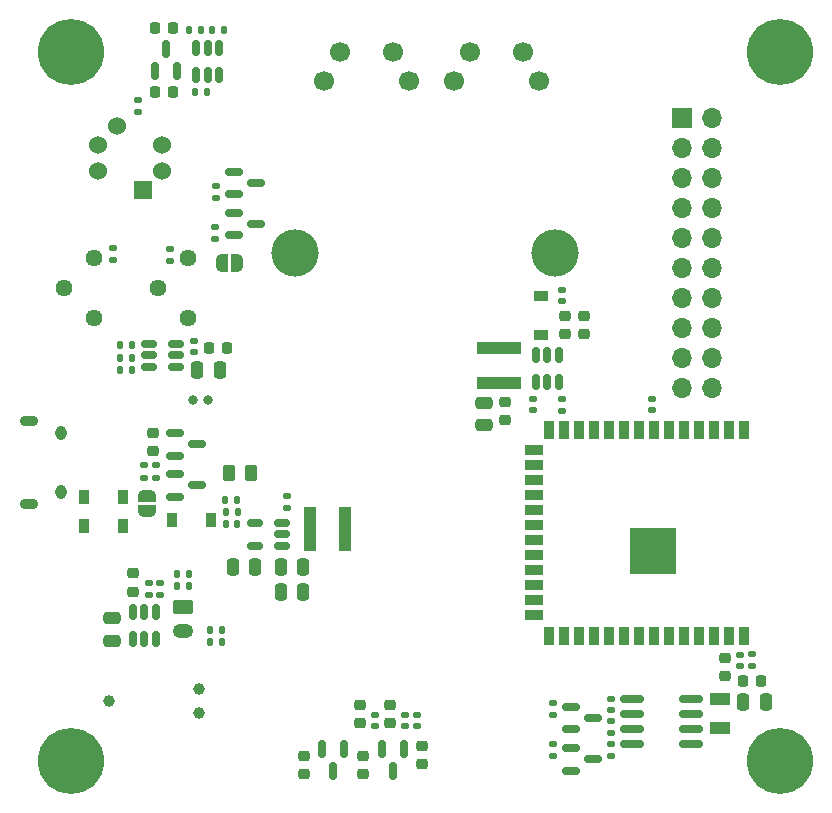
<source format=gbs>
%TF.GenerationSoftware,KiCad,Pcbnew,(6.0.10)*%
%TF.CreationDate,2023-01-06T19:14:31-08:00*%
%TF.ProjectId,ai-camera,61692d63-616d-4657-9261-2e6b69636164,rev?*%
%TF.SameCoordinates,PX5f5e100PY2faf080*%
%TF.FileFunction,Soldermask,Bot*%
%TF.FilePolarity,Negative*%
%FSLAX46Y46*%
G04 Gerber Fmt 4.6, Leading zero omitted, Abs format (unit mm)*
G04 Created by KiCad (PCBNEW (6.0.10)) date 2023-01-06 19:14:31*
%MOMM*%
%LPD*%
G01*
G04 APERTURE LIST*
G04 Aperture macros list*
%AMRoundRect*
0 Rectangle with rounded corners*
0 $1 Rounding radius*
0 $2 $3 $4 $5 $6 $7 $8 $9 X,Y pos of 4 corners*
0 Add a 4 corners polygon primitive as box body*
4,1,4,$2,$3,$4,$5,$6,$7,$8,$9,$2,$3,0*
0 Add four circle primitives for the rounded corners*
1,1,$1+$1,$2,$3*
1,1,$1+$1,$4,$5*
1,1,$1+$1,$6,$7*
1,1,$1+$1,$8,$9*
0 Add four rect primitives between the rounded corners*
20,1,$1+$1,$2,$3,$4,$5,0*
20,1,$1+$1,$4,$5,$6,$7,0*
20,1,$1+$1,$6,$7,$8,$9,0*
20,1,$1+$1,$8,$9,$2,$3,0*%
%AMFreePoly0*
4,1,22,0.500000,-0.750000,0.000000,-0.750000,0.000000,-0.745033,-0.079941,-0.743568,-0.215256,-0.701293,-0.333266,-0.622738,-0.424486,-0.514219,-0.481581,-0.384460,-0.499164,-0.250000,-0.500000,-0.250000,-0.500000,0.250000,-0.499164,0.250000,-0.499963,0.256109,-0.478152,0.396186,-0.417904,0.524511,-0.324060,0.630769,-0.204165,0.706417,-0.067858,0.745374,0.000000,0.744959,0.000000,0.750000,
0.500000,0.750000,0.500000,-0.750000,0.500000,-0.750000,$1*%
%AMFreePoly1*
4,1,20,0.000000,0.744959,0.073905,0.744508,0.209726,0.703889,0.328688,0.626782,0.421226,0.519385,0.479903,0.390333,0.500000,0.250000,0.500000,-0.250000,0.499851,-0.262216,0.476331,-0.402017,0.414519,-0.529596,0.319384,-0.634700,0.198574,-0.708877,0.061801,-0.746166,0.000000,-0.745033,0.000000,-0.750000,-0.500000,-0.750000,-0.500000,0.750000,0.000000,0.750000,0.000000,0.744959,
0.000000,0.744959,$1*%
G04 Aperture macros list end*
%ADD10C,5.600000*%
%ADD11C,3.600000*%
%ADD12C,4.000000*%
%ADD13C,1.700000*%
%ADD14RoundRect,0.250000X-0.625000X0.350000X-0.625000X-0.350000X0.625000X-0.350000X0.625000X0.350000X0*%
%ADD15O,1.750000X1.200000*%
%ADD16C,1.440000*%
%ADD17C,0.800000*%
%ADD18O,1.550000X0.890000*%
%ADD19O,0.950000X1.250000*%
%ADD20R,1.700000X1.700000*%
%ADD21O,1.700000X1.700000*%
%ADD22R,1.524000X1.524000*%
%ADD23C,1.524000*%
%ADD24C,0.990600*%
%ADD25RoundRect,0.150000X-0.587500X-0.150000X0.587500X-0.150000X0.587500X0.150000X-0.587500X0.150000X0*%
%ADD26RoundRect,0.250000X0.475000X-0.250000X0.475000X0.250000X-0.475000X0.250000X-0.475000X-0.250000X0*%
%ADD27R,1.100000X3.700000*%
%ADD28RoundRect,0.225000X0.250000X-0.225000X0.250000X0.225000X-0.250000X0.225000X-0.250000X-0.225000X0*%
%ADD29RoundRect,0.140000X0.170000X-0.140000X0.170000X0.140000X-0.170000X0.140000X-0.170000X-0.140000X0*%
%ADD30RoundRect,0.135000X0.185000X-0.135000X0.185000X0.135000X-0.185000X0.135000X-0.185000X-0.135000X0*%
%ADD31RoundRect,0.135000X0.135000X0.185000X-0.135000X0.185000X-0.135000X-0.185000X0.135000X-0.185000X0*%
%ADD32R,0.900000X1.500000*%
%ADD33R,1.500000X0.900000*%
%ADD34C,0.600000*%
%ADD35R,3.900000X3.900000*%
%ADD36RoundRect,0.140000X0.140000X0.170000X-0.140000X0.170000X-0.140000X-0.170000X0.140000X-0.170000X0*%
%ADD37R,1.800000X1.000000*%
%ADD38RoundRect,0.225000X0.225000X0.250000X-0.225000X0.250000X-0.225000X-0.250000X0.225000X-0.250000X0*%
%ADD39RoundRect,0.140000X-0.170000X0.140000X-0.170000X-0.140000X0.170000X-0.140000X0.170000X0.140000X0*%
%ADD40R,0.900000X1.200000*%
%ADD41RoundRect,0.135000X-0.135000X-0.185000X0.135000X-0.185000X0.135000X0.185000X-0.135000X0.185000X0*%
%ADD42RoundRect,0.250000X0.250000X0.475000X-0.250000X0.475000X-0.250000X-0.475000X0.250000X-0.475000X0*%
%ADD43RoundRect,0.135000X-0.185000X0.135000X-0.185000X-0.135000X0.185000X-0.135000X0.185000X0.135000X0*%
%ADD44R,3.700000X1.100000*%
%ADD45RoundRect,0.150000X-0.150000X0.587500X-0.150000X-0.587500X0.150000X-0.587500X0.150000X0.587500X0*%
%ADD46RoundRect,0.140000X-0.140000X-0.170000X0.140000X-0.170000X0.140000X0.170000X-0.140000X0.170000X0*%
%ADD47FreePoly0,270.000000*%
%ADD48FreePoly1,270.000000*%
%ADD49RoundRect,0.150000X0.150000X-0.587500X0.150000X0.587500X-0.150000X0.587500X-0.150000X-0.587500X0*%
%ADD50FreePoly0,180.000000*%
%ADD51FreePoly1,180.000000*%
%ADD52RoundRect,0.150000X0.825000X0.150000X-0.825000X0.150000X-0.825000X-0.150000X0.825000X-0.150000X0*%
%ADD53RoundRect,0.150000X-0.150000X0.512500X-0.150000X-0.512500X0.150000X-0.512500X0.150000X0.512500X0*%
%ADD54RoundRect,0.225000X-0.250000X0.225000X-0.250000X-0.225000X0.250000X-0.225000X0.250000X0.225000X0*%
%ADD55R,1.200000X0.900000*%
%ADD56RoundRect,0.225000X-0.225000X-0.250000X0.225000X-0.250000X0.225000X0.250000X-0.225000X0.250000X0*%
%ADD57RoundRect,0.150000X0.512500X0.150000X-0.512500X0.150000X-0.512500X-0.150000X0.512500X-0.150000X0*%
%ADD58RoundRect,0.250000X-0.250000X-0.475000X0.250000X-0.475000X0.250000X0.475000X-0.250000X0.475000X0*%
%ADD59RoundRect,0.150000X-0.512500X-0.150000X0.512500X-0.150000X0.512500X0.150000X-0.512500X0.150000X0*%
%ADD60RoundRect,0.250000X0.262500X0.450000X-0.262500X0.450000X-0.262500X-0.450000X0.262500X-0.450000X0*%
%ADD61RoundRect,0.150000X0.150000X-0.512500X0.150000X0.512500X-0.150000X0.512500X-0.150000X-0.512500X0*%
G04 APERTURE END LIST*
D10*
X0Y-60000000D03*
D11*
X0Y-60000000D03*
X0Y0D03*
D10*
X0Y0D03*
D12*
X19000000Y-17000000D03*
X41000000Y-17000000D03*
D13*
X21400000Y-2500000D03*
X28600000Y-2500000D03*
X27250000Y0D03*
X22750000Y0D03*
D14*
X9450000Y-47000000D03*
D15*
X9450000Y-49000000D03*
D16*
X9925000Y-17475000D03*
X7385000Y-20015000D03*
X9925000Y-22555000D03*
D13*
X39600000Y-2500000D03*
X32400000Y-2500000D03*
X38250000Y0D03*
X33750000Y0D03*
D17*
X10375000Y-29500000D03*
X11625000Y-29500000D03*
D18*
X-3550000Y-31250000D03*
D19*
X-850000Y-37250000D03*
X-850000Y-32250000D03*
D18*
X-3550000Y-38250000D03*
D16*
X1925000Y-17475000D03*
X-615000Y-20015000D03*
X1925000Y-22555000D03*
D11*
X60000000Y0D03*
D10*
X60000000Y0D03*
D20*
X51725000Y-5575000D03*
D21*
X54265000Y-5575000D03*
X51725000Y-8115000D03*
X54265000Y-8115000D03*
X51725000Y-10655000D03*
X54265000Y-10655000D03*
X51725000Y-13195000D03*
X54265000Y-13195000D03*
X51725000Y-15735000D03*
X54265000Y-15735000D03*
X51725000Y-18275000D03*
X54265000Y-18275000D03*
X51725000Y-20815000D03*
X54265000Y-20815000D03*
X51725000Y-23355000D03*
X54265000Y-23355000D03*
X51725000Y-25895000D03*
X54265000Y-25895000D03*
X51725000Y-28435000D03*
X54265000Y-28435000D03*
D11*
X60000000Y-60000000D03*
D10*
X60000000Y-60000000D03*
D22*
X6123152Y-11691848D03*
D23*
X7700000Y-10115000D03*
X7700000Y-7885000D03*
X3876848Y-6308152D03*
X2300000Y-7885000D03*
X2300000Y-10115000D03*
D24*
X10810000Y-56016000D03*
X10810000Y-53984000D03*
X3190000Y-55000000D03*
D25*
X13772500Y-15540000D03*
X13772500Y-13640000D03*
X15647500Y-14590000D03*
D26*
X3450000Y-49850000D03*
X3450000Y-47950000D03*
D27*
X20230000Y-40360000D03*
X23230000Y-40360000D03*
D28*
X36790000Y-31185000D03*
X36790000Y-29635000D03*
D29*
X45750000Y-55730000D03*
X45750000Y-54770000D03*
D30*
X18275000Y-38635000D03*
X18275000Y-37615000D03*
D31*
X12790000Y-49970000D03*
X11770000Y-49970000D03*
D32*
X56980000Y-49480000D03*
X55710000Y-49480000D03*
X54440000Y-49480000D03*
X53170000Y-49480000D03*
X51900000Y-49480000D03*
X50630000Y-49480000D03*
X49360000Y-49480000D03*
X48090000Y-49480000D03*
X46820000Y-49480000D03*
X45550000Y-49480000D03*
X44280000Y-49480000D03*
X43010000Y-49480000D03*
X41740000Y-49480000D03*
X40470000Y-49480000D03*
D33*
X39220000Y-47715000D03*
X39220000Y-46445000D03*
X39220000Y-45175000D03*
X39220000Y-43905000D03*
X39220000Y-42635000D03*
X39220000Y-41365000D03*
X39220000Y-40095000D03*
X39220000Y-38825000D03*
X39220000Y-37555000D03*
X39220000Y-36285000D03*
X39220000Y-35015000D03*
X39220000Y-33745000D03*
D32*
X40470000Y-31980000D03*
X41740000Y-31980000D03*
X43010000Y-31980000D03*
X44280000Y-31980000D03*
X45550000Y-31980000D03*
X46820000Y-31980000D03*
X48090000Y-31980000D03*
X49360000Y-31980000D03*
X50630000Y-31980000D03*
X51900000Y-31980000D03*
X53170000Y-31980000D03*
X54440000Y-31980000D03*
X55710000Y-31980000D03*
X56980000Y-31980000D03*
D34*
X49960000Y-42230000D03*
D35*
X49260000Y-42230000D03*
D34*
X49960000Y-43630000D03*
X49260000Y-42930000D03*
X49960000Y-40830000D03*
X47860000Y-42930000D03*
X50660000Y-42930000D03*
X47860000Y-41530000D03*
X49260000Y-41530000D03*
X48560000Y-40830000D03*
X48560000Y-42230000D03*
X50660000Y-41530000D03*
X48560000Y-43630000D03*
D36*
X5155000Y-25875000D03*
X4195000Y-25875000D03*
D37*
X54925000Y-57275000D03*
X54925000Y-54775000D03*
D38*
X13250000Y-25100000D03*
X11700000Y-25100000D03*
D39*
X41580000Y-20130000D03*
X41580000Y-21090000D03*
D40*
X4425000Y-40125000D03*
X1125000Y-40125000D03*
D41*
X4190000Y-24825000D03*
X5210000Y-24825000D03*
D38*
X8645000Y2045000D03*
X7095000Y2045000D03*
D42*
X12600000Y-26900000D03*
X10700000Y-26900000D03*
D39*
X56620000Y-51030000D03*
X56620000Y-51990000D03*
D28*
X24750000Y-61150000D03*
X24750000Y-59600000D03*
D25*
X8775000Y-34175000D03*
X8775000Y-32275000D03*
X10650000Y-33225000D03*
D29*
X5720000Y-5060000D03*
X5720000Y-4100000D03*
D30*
X7550000Y-45985000D03*
X7550000Y-44965000D03*
X45750000Y-59635000D03*
X45750000Y-58615000D03*
D39*
X29260000Y-56130000D03*
X29260000Y-57090000D03*
D28*
X24440000Y-56845000D03*
X24440000Y-55295000D03*
D43*
X40800000Y-55110000D03*
X40800000Y-56130000D03*
D36*
X11500000Y-3392500D03*
X10540000Y-3392500D03*
D44*
X36240000Y-28070000D03*
X36240000Y-25070000D03*
D43*
X8350000Y-16690000D03*
X8350000Y-17710000D03*
D45*
X26325000Y-58987500D03*
X28225000Y-58987500D03*
X27275000Y-60862500D03*
D43*
X3525000Y-16615000D03*
X3525000Y-17635000D03*
D31*
X11005000Y1832500D03*
X9985000Y1832500D03*
D46*
X13120000Y-40010000D03*
X14080000Y-40010000D03*
D47*
X6450000Y-37575000D03*
D48*
X6450000Y-38875000D03*
D41*
X13090000Y-38970000D03*
X14110000Y-38970000D03*
D26*
X34970000Y-31590000D03*
X34970000Y-29690000D03*
D30*
X12235000Y-15850000D03*
X12235000Y-14830000D03*
D39*
X10425000Y-24445000D03*
X10425000Y-25405000D03*
D49*
X9020000Y-1617500D03*
X7120000Y-1617500D03*
X8070000Y257500D03*
D39*
X57630000Y-51020000D03*
X57630000Y-51980000D03*
D31*
X14100000Y-37930000D03*
X13080000Y-37930000D03*
D50*
X14070000Y-17850000D03*
D51*
X12770000Y-17850000D03*
D52*
X52475000Y-54795000D03*
X52475000Y-56065000D03*
X52475000Y-57335000D03*
X52475000Y-58605000D03*
X47525000Y-58605000D03*
X47525000Y-57335000D03*
X47525000Y-56065000D03*
X47525000Y-54795000D03*
D53*
X39395000Y-25692500D03*
X40345000Y-25692500D03*
X41295000Y-25692500D03*
X41295000Y-27967500D03*
X40345000Y-27967500D03*
X39395000Y-27967500D03*
D54*
X41850000Y-22365000D03*
X41850000Y-23915000D03*
D53*
X10620000Y345000D03*
X11570000Y345000D03*
X12520000Y345000D03*
X12520000Y-1930000D03*
X11570000Y-1930000D03*
X10620000Y-1930000D03*
D41*
X11935000Y1832500D03*
X12955000Y1832500D03*
D40*
X4425000Y-37725000D03*
X1125000Y-37725000D03*
D25*
X42337500Y-57325000D03*
X42337500Y-55425000D03*
X44212500Y-56375000D03*
D43*
X7237500Y-35015000D03*
X7237500Y-36035000D03*
D30*
X6212500Y-36035000D03*
X6212500Y-35015000D03*
D55*
X39810000Y-20640000D03*
X39810000Y-23940000D03*
D56*
X56865000Y-53230000D03*
X58415000Y-53230000D03*
D30*
X41560000Y-30380000D03*
X41560000Y-29360000D03*
D43*
X40800000Y-58630000D03*
X40800000Y-59650000D03*
D28*
X55350000Y-52865000D03*
X55350000Y-51315000D03*
D56*
X7095000Y-3430000D03*
X8645000Y-3430000D03*
D39*
X49230000Y-29360000D03*
X49230000Y-30320000D03*
D57*
X17835000Y-39910000D03*
X17835000Y-40860000D03*
X17835000Y-41810000D03*
X15560000Y-41810000D03*
X15560000Y-39910000D03*
D54*
X43400000Y-22355000D03*
X43400000Y-23905000D03*
D41*
X8940000Y-45240000D03*
X9960000Y-45240000D03*
D42*
X19690000Y-43630000D03*
X17790000Y-43630000D03*
D58*
X13700000Y-43620000D03*
X15600000Y-43620000D03*
D28*
X19695000Y-61125000D03*
X19695000Y-59575000D03*
D36*
X5155000Y-26925000D03*
X4195000Y-26925000D03*
D59*
X6637500Y-26650000D03*
X6637500Y-25700000D03*
X6637500Y-24750000D03*
X8912500Y-24750000D03*
X8912500Y-25700000D03*
X8912500Y-26650000D03*
D43*
X45750000Y-56665000D03*
X45750000Y-57685000D03*
D39*
X28270000Y-56140000D03*
X28270000Y-57100000D03*
D40*
X11850000Y-39650000D03*
X8550000Y-39650000D03*
D58*
X56910000Y-55030000D03*
X58810000Y-55030000D03*
D30*
X6600000Y-46010000D03*
X6600000Y-44990000D03*
D41*
X8940000Y-44190000D03*
X9960000Y-44190000D03*
D54*
X5275000Y-44150000D03*
X5275000Y-45700000D03*
D28*
X26990000Y-56845000D03*
X26990000Y-55295000D03*
D43*
X12260000Y-11355000D03*
X12260000Y-12375000D03*
D28*
X6987500Y-33800000D03*
X6987500Y-32250000D03*
D42*
X19680000Y-45690000D03*
X17780000Y-45690000D03*
D54*
X29760000Y-58735000D03*
X29760000Y-60285000D03*
D60*
X15237500Y-35650000D03*
X13412500Y-35650000D03*
D45*
X21245000Y-58987500D03*
X23145000Y-58987500D03*
X22195000Y-60862500D03*
D39*
X25710000Y-56120000D03*
X25710000Y-57080000D03*
D25*
X42337500Y-60850000D03*
X42337500Y-58950000D03*
X44212500Y-59900000D03*
D61*
X7175000Y-49712500D03*
X6225000Y-49712500D03*
X5275000Y-49712500D03*
X5275000Y-47437500D03*
X6225000Y-47437500D03*
X7175000Y-47437500D03*
D25*
X13797500Y-12040000D03*
X13797500Y-10140000D03*
X15672500Y-11090000D03*
D29*
X39100000Y-30330000D03*
X39100000Y-29370000D03*
D41*
X11760000Y-48950000D03*
X12780000Y-48950000D03*
D25*
X8775000Y-37650000D03*
X8775000Y-35750000D03*
X10650000Y-36700000D03*
M02*

</source>
